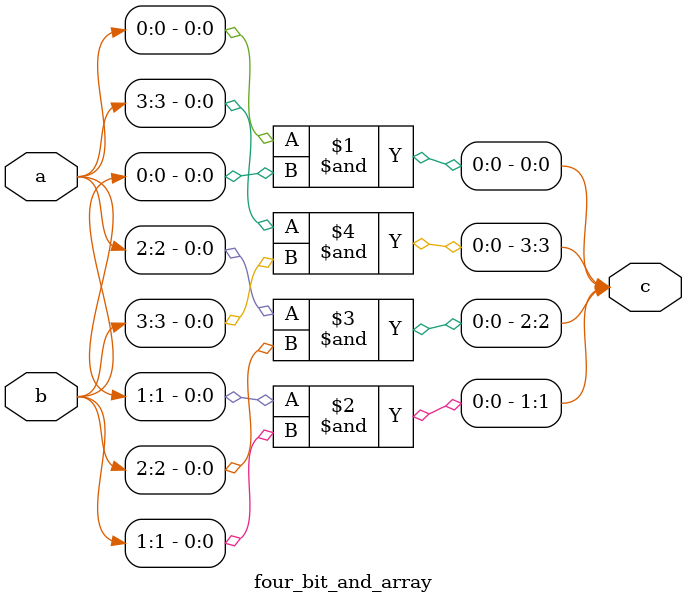
<source format=v>
module four_bit_and_array(
    input [3:0] a,  
    input [3:0] b,  
    output [3:0] c);

assign c[0] = a[0] & b[0]; 
assign c[1] = a[1] & b[1]; 
assign c[2] = a[2] & b[2]; 
assign c[3] = a[3] & b[3]; 

endmodule

</source>
